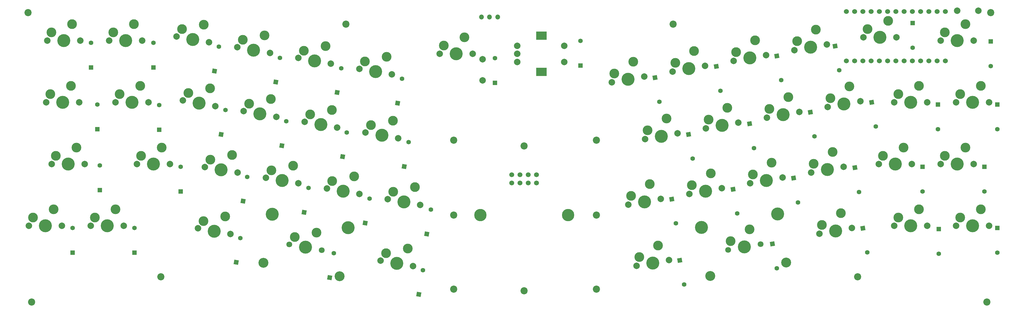
<source format=gbr>
G04 #@! TF.GenerationSoftware,KiCad,Pcbnew,(6.0.0-0)*
G04 #@! TF.CreationDate,2022-01-02T14:27:22+09:00*
G04 #@! TF.ProjectId,aliceball,616c6963-6562-4616-9c6c-2e6b69636164,rev?*
G04 #@! TF.SameCoordinates,Original*
G04 #@! TF.FileFunction,Soldermask,Top*
G04 #@! TF.FilePolarity,Negative*
%FSLAX46Y46*%
G04 Gerber Fmt 4.6, Leading zero omitted, Abs format (unit mm)*
G04 Created by KiCad (PCBNEW (6.0.0-0)) date 2022-01-02 14:27:22*
%MOMM*%
%LPD*%
G01*
G04 APERTURE LIST*
G04 Aperture macros list*
%AMRotRect*
0 Rectangle, with rotation*
0 The origin of the aperture is its center*
0 $1 length*
0 $2 width*
0 $3 Rotation angle, in degrees counterclockwise*
0 Add horizontal line*
21,1,$1,$2,0,0,$3*%
G04 Aperture macros list end*
%ADD10C,3.000000*%
%ADD11C,2.000000*%
%ADD12C,4.000000*%
%ADD13C,1.800000*%
%ADD14C,3.050000*%
%ADD15R,3.200000X2.500000*%
%ADD16O,1.500000X1.500000*%
%ADD17C,2.200000*%
%ADD18R,1.397000X1.397000*%
%ADD19C,1.397000*%
%ADD20RotRect,1.397000X1.397000X280.000000*%
%ADD21RotRect,1.397000X1.397000X80.000000*%
%ADD22C,3.810000*%
%ADD23C,1.500000*%
%ADD24C,1.524000*%
G04 APERTURE END LIST*
D10*
X57785000Y-43941817D03*
D11*
X50165000Y-49021817D03*
D12*
X55245000Y-49021817D03*
D10*
X51435000Y-46481817D03*
D11*
X60325000Y-49021817D03*
D12*
X53340000Y-29971817D03*
D11*
X48260000Y-29971817D03*
X58420000Y-29971817D03*
D10*
X55880000Y-24891817D03*
X49530000Y-27431817D03*
D12*
X35623500Y-68071817D03*
D11*
X40703500Y-68071817D03*
D10*
X38163500Y-62991817D03*
D11*
X30543500Y-68071817D03*
D10*
X31813500Y-65531817D03*
D12*
X34290000Y-29971817D03*
D10*
X36830000Y-24891817D03*
X30480000Y-27431817D03*
D11*
X29210000Y-29971817D03*
X39370000Y-29971817D03*
X28829000Y-49021817D03*
D10*
X30099000Y-46481817D03*
D11*
X38989000Y-49021817D03*
D12*
X33909000Y-49021817D03*
D10*
X36449000Y-43941817D03*
D13*
X113701975Y-94683424D03*
D10*
X105388101Y-90638280D03*
D13*
X103696329Y-92919158D03*
D14*
X95764402Y-98628532D03*
D10*
X112082696Y-89239534D03*
D12*
X98410801Y-83620062D03*
X108699152Y-93801291D03*
X121849225Y-87752888D03*
D14*
X119202827Y-102761359D03*
D11*
X42545000Y-87121817D03*
D10*
X50165000Y-82041817D03*
X43815000Y-84581817D03*
D11*
X52705000Y-87121817D03*
D12*
X47625000Y-87121817D03*
D11*
X56832500Y-68071817D03*
D10*
X64452500Y-62991817D03*
X58102500Y-65531817D03*
D12*
X61912500Y-68071817D03*
D11*
X66992500Y-68071817D03*
X78975769Y-30528625D03*
D10*
X70661895Y-26483481D03*
D12*
X73972946Y-29646492D03*
D11*
X68970123Y-28764359D03*
D10*
X77356490Y-25084735D03*
D12*
X28575000Y-87121817D03*
D10*
X24765000Y-84581817D03*
X31115000Y-82041817D03*
D11*
X23495000Y-87121817D03*
X33655000Y-87121817D03*
D10*
X89422482Y-29791479D03*
D12*
X92733533Y-32954490D03*
D10*
X96117077Y-28392733D03*
D11*
X87730710Y-32072357D03*
X97736356Y-33836623D03*
X141842855Y-99645420D03*
X131837209Y-97881154D03*
D10*
X140223576Y-94201530D03*
D12*
X136840032Y-98763287D03*
D10*
X133528981Y-95600276D03*
X108183070Y-33099477D03*
D11*
X106491298Y-35380355D03*
X116496944Y-37144621D03*
D10*
X114877665Y-31700731D03*
D12*
X111494121Y-36262488D03*
D10*
X133638253Y-35008730D03*
D11*
X125251886Y-38688354D03*
X135257532Y-40452620D03*
D12*
X130254709Y-39570487D03*
D10*
X126943658Y-36407476D03*
D11*
X173856000Y-31599500D03*
X173856000Y-36599500D03*
X173856000Y-34099500D03*
D15*
X181356000Y-28499500D03*
X181356000Y-39699500D03*
D11*
X188356000Y-36599500D03*
X188356000Y-31599500D03*
D10*
X310324500Y-84581817D03*
D11*
X309054500Y-87121817D03*
X319214500Y-87121817D03*
D10*
X316674500Y-82041817D03*
D12*
X314134500Y-87121817D03*
X314134500Y-49021817D03*
D11*
X309054500Y-49021817D03*
D10*
X316674500Y-43941817D03*
X310324500Y-46481817D03*
D11*
X319214500Y-49021817D03*
D10*
X311912000Y-62991817D03*
X305562000Y-65531817D03*
D11*
X304292000Y-68071817D03*
X314452000Y-68071817D03*
D12*
X309372000Y-68071817D03*
D11*
X314452000Y-29971817D03*
D10*
X305562000Y-27431817D03*
X311912000Y-24891817D03*
D12*
X309372000Y-29971817D03*
D11*
X304292000Y-29971817D03*
D16*
X165354000Y-22719500D03*
X167854000Y-22719500D03*
X162854000Y-22719500D03*
D17*
X318516000Y-110680500D03*
D18*
X45360000Y-76110000D03*
D19*
X45360000Y-68490000D03*
D18*
X317754000Y-68961000D03*
D19*
X317754000Y-76581000D03*
D20*
X258989900Y-72447882D03*
D19*
X260313100Y-79952118D03*
D18*
X303657000Y-88201500D03*
D19*
X303657000Y-95821500D03*
D17*
X198310500Y-106680000D03*
D21*
X101446400Y-62426118D03*
D19*
X102769600Y-54921882D03*
D11*
X290004500Y-49021817D03*
D10*
X297624500Y-43941817D03*
D12*
X295084500Y-49021817D03*
D10*
X291274500Y-46481817D03*
D11*
X300164500Y-49021817D03*
D17*
X23241000Y-21336000D03*
X319659000Y-21336000D03*
D11*
X210649221Y-99541538D03*
D12*
X215652044Y-98659405D03*
D11*
X220654867Y-97777272D03*
D10*
X217271323Y-93215515D03*
X211458860Y-96819593D03*
D18*
X167068500Y-43053000D03*
D19*
X167068500Y-35433000D03*
D17*
X64198500Y-102870000D03*
D18*
X193357500Y-37719000D03*
D19*
X193357500Y-30099000D03*
D10*
X265183049Y-68002692D03*
D12*
X269376233Y-69842504D03*
D10*
X270995512Y-64398614D03*
D11*
X264373410Y-70724637D03*
X274379056Y-68960371D03*
D20*
X245464400Y-55683882D03*
D19*
X246787600Y-63188118D03*
D12*
X264261084Y-32056689D03*
D11*
X259258261Y-32938822D03*
D10*
X265880363Y-26612799D03*
D11*
X269263907Y-31174556D03*
D10*
X260067900Y-30216877D03*
D20*
X277849400Y-69209382D03*
D19*
X279172600Y-76713618D03*
D21*
X82704626Y-58963584D03*
D19*
X84027826Y-51459348D03*
D20*
X282992900Y-49016382D03*
D19*
X284316100Y-56520618D03*
D21*
X80681900Y-39375618D03*
D19*
X82005100Y-31871382D03*
D21*
X137069900Y-49281618D03*
D19*
X138393100Y-41777382D03*
D18*
X70294500Y-76581000D03*
D19*
X70294500Y-68961000D03*
D17*
X221932500Y-24955500D03*
D18*
X61912500Y-38290500D03*
D19*
X61912500Y-30670500D03*
D22*
X162522000Y-83888000D03*
X189522000Y-83888000D03*
D23*
X172212000Y-73918500D03*
X172212000Y-71378500D03*
X174752000Y-73918500D03*
X174752000Y-71378500D03*
X177292000Y-73918500D03*
X177292000Y-71378500D03*
X179832000Y-73918500D03*
X179832000Y-71378500D03*
D10*
X79301456Y-44771563D03*
X72606861Y-46170309D03*
D11*
X70915089Y-48451187D03*
D12*
X75917912Y-49333320D03*
D11*
X80920735Y-50215453D03*
X280479500Y-29019317D03*
D10*
X281749500Y-26479317D03*
D12*
X285559500Y-29019317D03*
D11*
X290639500Y-29019317D03*
D10*
X288099500Y-23939317D03*
D21*
X146023400Y-89667618D03*
D19*
X147346600Y-82163382D03*
D12*
X120261807Y-76496223D03*
D10*
X123645351Y-71934466D03*
D11*
X115258984Y-75614090D03*
X125264630Y-77378356D03*
D10*
X116950756Y-73333212D03*
D18*
X44577000Y-57340500D03*
D19*
X44577000Y-49720500D03*
D11*
X309360500Y-20764500D03*
X315860500Y-20764500D03*
D17*
X198310500Y-60769500D03*
D10*
X252234924Y-67706612D03*
D11*
X255618468Y-72268369D03*
D12*
X250615645Y-73150502D03*
D11*
X245612822Y-74032635D03*
D10*
X246422461Y-71310690D03*
X77247219Y-85676283D03*
D12*
X80558270Y-88839294D03*
D10*
X83941814Y-84277537D03*
D11*
X75555447Y-87957161D03*
X85561093Y-89721427D03*
D21*
X87349400Y-98430618D03*
D19*
X88672600Y-90926382D03*
D10*
X228359188Y-33228794D03*
X222546725Y-36832872D03*
D11*
X221737086Y-39554817D03*
X231742732Y-37790551D03*
D12*
X226739909Y-38672684D03*
D20*
X223937900Y-97784382D03*
D19*
X225261100Y-105288618D03*
D18*
X298704000Y-68961000D03*
D19*
X298704000Y-76581000D03*
D21*
X139092626Y-68869584D03*
D19*
X140415826Y-61365348D03*
D17*
X24384000Y-110680500D03*
D18*
X42672000Y-38290500D03*
D19*
X42672000Y-30670500D03*
D20*
X271753400Y-31680882D03*
D19*
X273076600Y-39185118D03*
D10*
X238608603Y-50765423D03*
D11*
X241992147Y-55327180D03*
D12*
X236989324Y-56209313D03*
D11*
X231986501Y-57091446D03*
D10*
X232796140Y-54369501D03*
D20*
X252463741Y-92783223D03*
D19*
X253786941Y-100287459D03*
D20*
X253846400Y-34728882D03*
D19*
X255169600Y-42233118D03*
D10*
X270317316Y-47753505D03*
D11*
X279513323Y-48711184D03*
D10*
X276129779Y-44149427D03*
D12*
X274510500Y-49593317D03*
D11*
X269507677Y-50475450D03*
X260752735Y-52019182D03*
D10*
X257369191Y-47457425D03*
X251556728Y-51061503D03*
D12*
X255749912Y-52901315D03*
D11*
X250747089Y-53783448D03*
D18*
X303466500Y-49720500D03*
D19*
X303466500Y-57340500D03*
D11*
X276936630Y-87853279D03*
D10*
X267740623Y-86895600D03*
X273553086Y-83291522D03*
D11*
X266930984Y-89617545D03*
D12*
X271933807Y-88735412D03*
D10*
X214713749Y-74322607D03*
D11*
X218097293Y-78884364D03*
D10*
X208901286Y-77926685D03*
D12*
X213094470Y-79766497D03*
D11*
X208091647Y-80648630D03*
D12*
X132199675Y-59257313D03*
D10*
X128888624Y-56094302D03*
X135583219Y-54695556D03*
D11*
X127196852Y-58375180D03*
X137202498Y-60139446D03*
D12*
X113439087Y-55949315D03*
D10*
X116822631Y-51387558D03*
D11*
X118441910Y-56831448D03*
X108436264Y-55067182D03*
D10*
X110128036Y-52786304D03*
D21*
X143546900Y-108336618D03*
D19*
X144870100Y-100832382D03*
D18*
X36957000Y-95440500D03*
D19*
X36957000Y-87820500D03*
D18*
X63627000Y-57531000D03*
D19*
X63627000Y-49911000D03*
D18*
X319659000Y-30289500D03*
D19*
X319659000Y-37909500D03*
D10*
X286512000Y-65531817D03*
D12*
X290322000Y-68071817D03*
D10*
X292862000Y-62991817D03*
D11*
X285242000Y-68071817D03*
X295402000Y-68071817D03*
D20*
X216317900Y-41396382D03*
D19*
X217641100Y-48900618D03*
D11*
X96498396Y-72306092D03*
X106504042Y-74070358D03*
D10*
X104884763Y-68626468D03*
D12*
X101501219Y-73188225D03*
D10*
X98190168Y-70025214D03*
D18*
X56007000Y-95440500D03*
D19*
X56007000Y-87820500D03*
D21*
X120115400Y-65855118D03*
D19*
X121438600Y-58350882D03*
D10*
X142405939Y-75242462D03*
D12*
X139022395Y-79804219D03*
D11*
X144025218Y-80686352D03*
D10*
X135711344Y-76641208D03*
D11*
X134019572Y-78922086D03*
D17*
X278701500Y-102870000D03*
D18*
X321754500Y-49720500D03*
D19*
X321754500Y-57340500D03*
D21*
X89444900Y-79571118D03*
D19*
X90768100Y-72066882D03*
D11*
X163258500Y-42302500D03*
X163258500Y-35802500D03*
D21*
X108304400Y-83000118D03*
D19*
X109627600Y-75495882D03*
D17*
X176022000Y-62484000D03*
X198310500Y-83820000D03*
D18*
X321754500Y-87820500D03*
D19*
X321754500Y-95440500D03*
D21*
X99541400Y-42804618D03*
D19*
X100864600Y-35300382D03*
D12*
X207979321Y-41980682D03*
D11*
X212982144Y-41098549D03*
D10*
X209598600Y-36536792D03*
D11*
X202976498Y-42862815D03*
D10*
X203786137Y-40140870D03*
D24*
X277749000Y-36231400D03*
X280289000Y-36231400D03*
X282829000Y-36231400D03*
X285369000Y-36231400D03*
X287909000Y-36231400D03*
X290449000Y-36231400D03*
X292989000Y-36231400D03*
X295529000Y-36231400D03*
X298069000Y-36231400D03*
X300609000Y-36231400D03*
X303149000Y-36231400D03*
X305689000Y-36231400D03*
X305689000Y-21011400D03*
X303149000Y-21011400D03*
X300609000Y-21011400D03*
X298069000Y-21011400D03*
X295529000Y-21011400D03*
X292989000Y-21011400D03*
X290449000Y-21011400D03*
X287909000Y-21011400D03*
X285369000Y-21011400D03*
X282829000Y-21011400D03*
X280289000Y-21011400D03*
X277749000Y-21011400D03*
X275209000Y-21011400D03*
X275209000Y-36231400D03*
D11*
X99681323Y-53523450D03*
D12*
X94678500Y-52641317D03*
D11*
X89675677Y-51759184D03*
D10*
X91367449Y-49478306D03*
X98062044Y-48079560D03*
D11*
X250503320Y-34482554D03*
D10*
X247119776Y-29920797D03*
D11*
X240497674Y-36246820D03*
D10*
X241307313Y-33524875D03*
D12*
X245500497Y-35364687D03*
X254081277Y-83516179D03*
D14*
X233289251Y-102657476D03*
D10*
X239599742Y-91857596D03*
D13*
X238790103Y-94579541D03*
X248795749Y-92815275D03*
D12*
X243792926Y-93697408D03*
D10*
X245412205Y-88253518D03*
D14*
X256727676Y-98524649D03*
D12*
X230642853Y-87649005D03*
D21*
X116113741Y-103166778D03*
D19*
X117436941Y-95662542D03*
D20*
X240320900Y-75876882D03*
D19*
X241644100Y-83381118D03*
D20*
X264133400Y-52064382D03*
D19*
X265456600Y-59568618D03*
D20*
X280325900Y-87878382D03*
D19*
X281649100Y-95382618D03*
D20*
X226604900Y-58922382D03*
D19*
X227928100Y-66426618D03*
D10*
X291274500Y-84581817D03*
X297624500Y-82041817D03*
D11*
X300164500Y-87121817D03*
D12*
X295084500Y-87121817D03*
D11*
X290004500Y-87121817D03*
D21*
X127063500Y-86296500D03*
D19*
X128386700Y-78792264D03*
D17*
X154305000Y-106680000D03*
D11*
X236857881Y-75576367D03*
D12*
X231855058Y-76458500D03*
D10*
X227661874Y-74618688D03*
D11*
X226852235Y-77340633D03*
D10*
X233474337Y-71014610D03*
D17*
X154305000Y-83820000D03*
D18*
X295656000Y-24574500D03*
D19*
X295656000Y-32194500D03*
D17*
X176022000Y-107251500D03*
D11*
X87743455Y-70762359D03*
X77737809Y-68998093D03*
D10*
X86124176Y-65318469D03*
X79429581Y-66717215D03*
D12*
X82740632Y-69880226D03*
D10*
X157607000Y-29019500D03*
D11*
X160147000Y-34099500D03*
X149987000Y-34099500D03*
D12*
X155067000Y-34099500D03*
D10*
X151257000Y-31559500D03*
D17*
X121158000Y-24955500D03*
D10*
X219848016Y-54073421D03*
X214035553Y-57677499D03*
D11*
X213225914Y-60399444D03*
X223231560Y-58635178D03*
D12*
X218228737Y-59517311D03*
D21*
X118400900Y-46043118D03*
D19*
X119724100Y-38538882D03*
D20*
X235177400Y-37967382D03*
D19*
X236500600Y-45471618D03*
D17*
X154305000Y-60769500D03*
D20*
X221461400Y-78924882D03*
D19*
X222784600Y-86429118D03*
M02*

</source>
